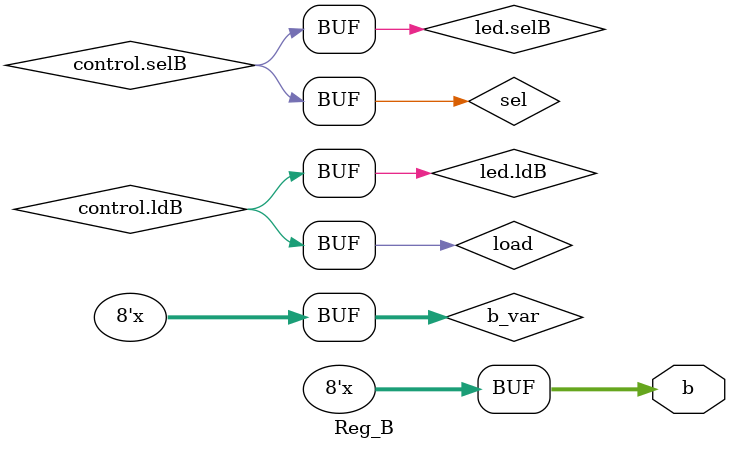
<source format=sv>
/* Author: Jenner Hanni
 * Project: Harry Porter Relay Computer
 * File: Register type for B 
 * Data bus input, ctrl bus in, alu_result out
 * License: MIT http://opensource.org/licenses/MIT
*/

module Reg_B (Ctrl_Bus control,
              LED_Bus led,
              Data_Bus data_bus,
              output wire [7:0] b);

  parameter N = 8;

  logic [7:0] b_var;
  assign b = b_var;

  logic [N-1:0] content;
  logic load, sel;

  assign load = control.ldB;
  assign sel = control.selB;

  assign led.ldB = load;
  assign led.selB = sel;

  always begin
    if (load)
      content = data_bus.data;
    else if (sel) 
      b_var = content;
  end

  nBitRegister nBitsRegB (N, load, sel, content);

endmodule

</source>
